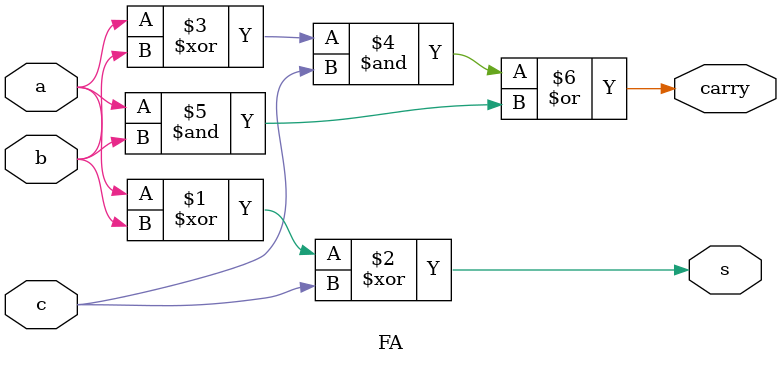
<source format=v>
`timescale 1ns / 1ps


module FA(
    input a,
    input b,
    input c,
    output s,carry
    );
    assign s=(a^b)^c; 
    assign carry=(a^b)&c |a&b;
endmodule

</source>
